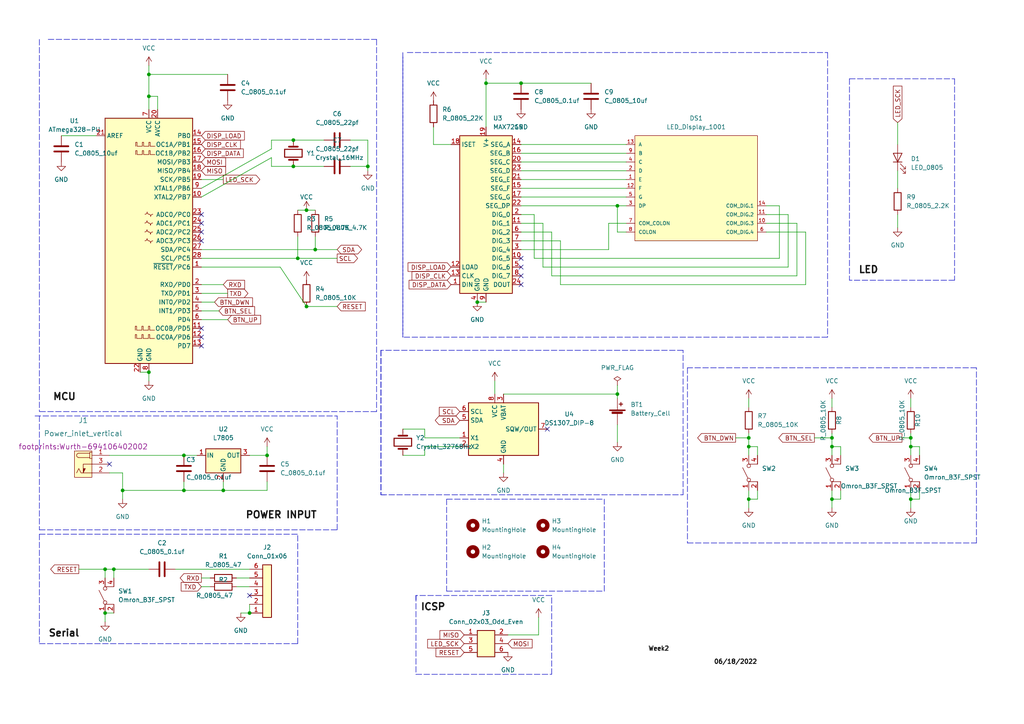
<source format=kicad_sch>
(kicad_sch (version 20211123) (generator eeschema)
  (paper "A4")
  (junction (at 241.3 129.54))
  (junction (at 217.17 144.78))
  (junction (at 179.07 114.3))
  (junction (at 264.16 129.54))
  (junction (at 86.36 74.93))
  (junction (at 140.97 24.13))
  (junction (at 30.48 165.1))
  (junction (at 91.44 72.39))
  (junction (at 77.47 132.08))
  (junction (at 217.17 129.54))
  (junction (at 264.16 144.78))
  (junction (at 35.56 142.24))
  (junction (at 43.18 27.94))
  (junction (at 241.3 127))
  (junction (at 85.09 40.64))
  (junction (at 64.77 142.24))
  (junction (at 53.34 142.24))
  (junction (at 53.34 132.08))
  (junction (at 179.07 59.69))
  (junction (at 43.18 21.59))
  (junction (at 33.02 165.1))
  (junction (at 106.68 48.26))
  (junction (at 151.13 24.13))
  (junction (at 43.18 107.95))
  (junction (at 88.9 60.96))
  (junction (at 72.39 177.8))
  (junction (at 88.9 88.9))
  (junction (at 30.48 177.8))
  (junction (at 138.43 87.63))
  (junction (at 85.09 48.26))
  (junction (at 217.17 127))
  (junction (at 264.16 127))
  (junction (at 241.3 144.78))
  (no_connect (at 58.42 64.77))
  (no_connect (at 31.75 134.62))
  (no_connect (at 72.39 172.72))
  (no_connect (at 151.13 82.55))
  (no_connect (at 58.42 100.33))
  (no_connect (at 151.13 77.47))
  (no_connect (at 58.42 69.85))
  (no_connect (at 151.13 80.01))
  (no_connect (at 58.42 97.79))
  (no_connect (at 151.13 74.93))
  (no_connect (at 158.75 124.46))
  (no_connect (at 58.42 62.23))
  (no_connect (at 58.42 67.31))
  (no_connect (at 58.42 95.25))
  (wire (pts (xy 53.34 132.08) (xy 57.15 132.08)))
  (wire (pts (xy 151.13 54.61) (xy 181.61 54.61)))
  (wire (pts (xy 260.35 66.04) (xy 260.35 62.23)))
  (wire (pts (xy 88.9 60.96) (xy 91.44 60.96)))
  (wire (pts (xy 151.13 46.99) (xy 181.61 46.99)))
  (polyline (pts (xy 118.11 15.24) (xy 240.03 15.24)))
  (wire (pts (xy 222.25 67.31) (xy 233.68 67.31)))
  (polyline (pts (xy 11.43 11.43) (xy 11.43 119.38)))
  (wire (pts (xy 151.13 24.13) (xy 171.45 24.13)))
  (polyline (pts (xy 120.65 172.72) (xy 120.65 195.58)))
  (wire (pts (xy 64.77 142.24) (xy 64.77 139.7)))
  (wire (pts (xy 30.48 180.34) (xy 30.48 177.8)))
  (wire (pts (xy 151.13 59.69) (xy 179.07 59.69)))
  (wire (pts (xy 260.35 54.61) (xy 260.35 49.53)))
  (wire (pts (xy 66.04 85.09) (xy 58.42 85.09)))
  (wire (pts (xy 30.48 177.8) (xy 33.02 177.8)))
  (polyline (pts (xy 129.54 171.45) (xy 175.26 171.45)))
  (wire (pts (xy 72.39 175.26) (xy 72.39 177.8)))
  (wire (pts (xy 123.19 132.08) (xy 123.19 129.54)))
  (wire (pts (xy 31.75 137.16) (xy 35.56 137.16)))
  (wire (pts (xy 43.18 27.94) (xy 43.18 31.75)))
  (polyline (pts (xy 198.12 143.51) (xy 198.12 101.6)))
  (wire (pts (xy 86.36 68.58) (xy 86.36 74.93)))
  (wire (pts (xy 266.7 144.78) (xy 264.16 144.78)))
  (wire (pts (xy 125.73 41.91) (xy 130.81 41.91)))
  (wire (pts (xy 77.47 129.54) (xy 77.47 132.08)))
  (wire (pts (xy 219.71 129.54) (xy 217.17 129.54)))
  (polyline (pts (xy 11.43 120.65) (xy 11.43 153.67)))
  (wire (pts (xy 30.48 165.1) (xy 33.02 165.1)))
  (wire (pts (xy 40.64 107.95) (xy 43.18 107.95)))
  (wire (pts (xy 179.07 111.76) (xy 179.07 114.3)))
  (wire (pts (xy 217.17 144.78) (xy 217.17 142.24)))
  (wire (pts (xy 143.51 110.49) (xy 143.51 114.3)))
  (wire (pts (xy 78.74 43.18) (xy 78.74 40.64)))
  (wire (pts (xy 217.17 115.57) (xy 217.17 118.11)))
  (wire (pts (xy 266.7 142.24) (xy 266.7 144.78)))
  (wire (pts (xy 160.02 80.01) (xy 160.02 67.31)))
  (polyline (pts (xy 110.49 101.6) (xy 110.49 143.51)))
  (wire (pts (xy 233.68 67.31) (xy 233.68 82.55)))
  (wire (pts (xy 58.42 167.64) (xy 60.96 167.64)))
  (polyline (pts (xy 276.86 81.28) (xy 246.38 81.28)))
  (wire (pts (xy 264.16 129.54) (xy 264.16 127)))
  (wire (pts (xy 140.97 22.86) (xy 140.97 24.13)))
  (wire (pts (xy 233.68 82.55) (xy 162.56 82.55)))
  (wire (pts (xy 219.71 142.24) (xy 219.71 144.78)))
  (wire (pts (xy 264.16 115.57) (xy 264.16 118.11)))
  (wire (pts (xy 243.84 132.08) (xy 243.84 129.54)))
  (wire (pts (xy 58.42 170.18) (xy 60.96 170.18)))
  (wire (pts (xy 241.3 129.54) (xy 243.84 129.54)))
  (wire (pts (xy 123.19 129.54) (xy 133.35 129.54)))
  (wire (pts (xy 217.17 129.54) (xy 217.17 127)))
  (wire (pts (xy 43.18 21.59) (xy 66.04 21.59)))
  (wire (pts (xy 176.53 72.39) (xy 151.13 72.39)))
  (wire (pts (xy 58.42 77.47) (xy 81.28 77.47)))
  (wire (pts (xy 151.13 41.91) (xy 181.61 41.91)))
  (wire (pts (xy 260.35 35.56) (xy 260.35 41.91)))
  (wire (pts (xy 33.02 165.1) (xy 43.18 165.1)))
  (wire (pts (xy 58.42 72.39) (xy 91.44 72.39)))
  (polyline (pts (xy 283.21 157.48) (xy 283.21 106.68)))
  (wire (pts (xy 123.19 127) (xy 133.35 127)))
  (wire (pts (xy 243.84 144.78) (xy 241.3 144.78)))
  (wire (pts (xy 22.86 165.1) (xy 30.48 165.1)))
  (wire (pts (xy 116.84 132.08) (xy 123.19 132.08)))
  (wire (pts (xy 30.48 167.64) (xy 30.48 165.1)))
  (wire (pts (xy 162.56 82.55) (xy 162.56 69.85)))
  (wire (pts (xy 146.05 114.3) (xy 179.07 114.3)))
  (wire (pts (xy 236.22 127) (xy 241.3 127)))
  (wire (pts (xy 179.07 128.27) (xy 179.07 123.19)))
  (polyline (pts (xy 240.03 15.24) (xy 240.03 97.79)))
  (wire (pts (xy 217.17 147.32) (xy 217.17 144.78)))
  (wire (pts (xy 125.73 36.83) (xy 125.73 41.91)))
  (wire (pts (xy 264.16 144.78) (xy 264.16 142.24)))
  (wire (pts (xy 101.6 40.64) (xy 106.68 40.64)))
  (wire (pts (xy 138.43 87.63) (xy 140.97 87.63)))
  (wire (pts (xy 181.61 64.77) (xy 176.53 64.77)))
  (wire (pts (xy 217.17 132.08) (xy 217.17 129.54)))
  (wire (pts (xy 53.34 142.24) (xy 64.77 142.24)))
  (wire (pts (xy 241.3 132.08) (xy 241.3 129.54)))
  (wire (pts (xy 241.3 115.57) (xy 241.3 118.11)))
  (polyline (pts (xy 198.12 101.6) (xy 110.49 101.6)))
  (wire (pts (xy 222.25 59.69) (xy 226.06 59.69)))
  (wire (pts (xy 78.74 48.26) (xy 85.09 48.26)))
  (wire (pts (xy 241.3 129.54) (xy 241.3 127)))
  (polyline (pts (xy 246.38 22.86) (xy 246.38 81.28)))
  (wire (pts (xy 31.75 132.08) (xy 53.34 132.08)))
  (wire (pts (xy 179.07 114.3) (xy 179.07 115.57)))
  (wire (pts (xy 266.7 132.08) (xy 266.7 129.54)))
  (wire (pts (xy 64.77 142.24) (xy 77.47 142.24)))
  (wire (pts (xy 154.94 74.93) (xy 154.94 62.23)))
  (wire (pts (xy 181.61 67.31) (xy 179.07 67.31)))
  (wire (pts (xy 53.34 139.7) (xy 53.34 142.24)))
  (wire (pts (xy 261.62 127) (xy 264.16 127)))
  (wire (pts (xy 219.71 144.78) (xy 217.17 144.78)))
  (polyline (pts (xy 13.97 11.43) (xy 109.22 11.43)))
  (polyline (pts (xy 199.39 106.68) (xy 199.39 157.48)))
  (wire (pts (xy 64.77 82.55) (xy 58.42 82.55)))
  (wire (pts (xy 213.36 127) (xy 217.17 127)))
  (wire (pts (xy 266.7 129.54) (xy 264.16 129.54)))
  (wire (pts (xy 85.09 48.26) (xy 93.98 48.26)))
  (wire (pts (xy 91.44 72.39) (xy 97.79 72.39)))
  (wire (pts (xy 151.13 64.77) (xy 157.48 64.77)))
  (polyline (pts (xy 110.49 101.6) (xy 110.49 143.51)))
  (wire (pts (xy 69.85 177.8) (xy 72.39 177.8)))
  (wire (pts (xy 78.74 40.64) (xy 85.09 40.64)))
  (polyline (pts (xy 120.65 195.58) (xy 160.02 195.58)))
  (wire (pts (xy 17.78 39.37) (xy 27.94 39.37)))
  (wire (pts (xy 68.58 167.64) (xy 72.39 167.64)))
  (wire (pts (xy 116.84 124.46) (xy 123.19 124.46)))
  (wire (pts (xy 78.74 45.72) (xy 78.74 48.26)))
  (wire (pts (xy 147.32 184.15) (xy 156.21 184.15)))
  (wire (pts (xy 226.06 59.69) (xy 226.06 74.93)))
  (wire (pts (xy 241.3 127) (xy 241.3 125.73)))
  (wire (pts (xy 58.42 74.93) (xy 86.36 74.93)))
  (wire (pts (xy 64.77 52.07) (xy 58.42 52.07)))
  (wire (pts (xy 154.94 62.23) (xy 151.13 62.23)))
  (wire (pts (xy 217.17 127) (xy 217.17 125.73)))
  (polyline (pts (xy 116.84 15.24) (xy 116.84 97.79)))
  (wire (pts (xy 43.18 110.49) (xy 43.18 107.95)))
  (wire (pts (xy 106.68 48.26) (xy 106.68 49.53)))
  (wire (pts (xy 35.56 144.78) (xy 35.56 142.24)))
  (polyline (pts (xy 120.65 172.72) (xy 120.65 173.99)))
  (wire (pts (xy 66.04 92.71) (xy 58.42 92.71)))
  (wire (pts (xy 222.25 64.77) (xy 231.14 64.77)))
  (wire (pts (xy 43.18 19.05) (xy 43.18 21.59)))
  (wire (pts (xy 45.72 27.94) (xy 45.72 31.75)))
  (wire (pts (xy 241.3 147.32) (xy 241.3 144.78)))
  (polyline (pts (xy 10.16 120.65) (xy 97.79 120.65)))
  (wire (pts (xy 123.19 124.46) (xy 123.19 127)))
  (wire (pts (xy 156.21 179.07) (xy 156.21 184.15)))
  (wire (pts (xy 43.18 27.94) (xy 45.72 27.94)))
  (wire (pts (xy 231.14 80.01) (xy 160.02 80.01)))
  (polyline (pts (xy 110.49 143.51) (xy 198.12 143.51)))
  (wire (pts (xy 77.47 132.08) (xy 72.39 132.08)))
  (wire (pts (xy 63.5 90.17) (xy 58.42 90.17)))
  (wire (pts (xy 264.16 147.32) (xy 264.16 144.78)))
  (wire (pts (xy 62.23 87.63) (xy 58.42 87.63)))
  (polyline (pts (xy 86.36 186.69) (xy 86.36 154.94)))
  (polyline (pts (xy 110.49 143.51) (xy 111.76 143.51)))
  (polyline (pts (xy 11.43 186.69) (xy 86.36 186.69)))
  (wire (pts (xy 146.05 137.16) (xy 146.05 134.62)))
  (wire (pts (xy 50.8 165.1) (xy 72.39 165.1)))
  (wire (pts (xy 264.16 132.08) (xy 264.16 129.54)))
  (polyline (pts (xy 116.84 16.51) (xy 116.84 97.79)))
  (wire (pts (xy 85.09 40.64) (xy 93.98 40.64)))
  (wire (pts (xy 101.6 48.26) (xy 106.68 48.26)))
  (wire (pts (xy 151.13 44.45) (xy 181.61 44.45)))
  (wire (pts (xy 219.71 132.08) (xy 219.71 129.54)))
  (polyline (pts (xy 129.54 144.78) (xy 175.26 144.78)))
  (wire (pts (xy 106.68 40.64) (xy 106.68 48.26)))
  (wire (pts (xy 228.6 77.47) (xy 228.6 62.23)))
  (polyline (pts (xy 160.02 195.58) (xy 160.02 172.72)))
  (wire (pts (xy 264.16 127) (xy 264.16 125.73)))
  (wire (pts (xy 140.97 24.13) (xy 151.13 24.13)))
  (wire (pts (xy 58.42 57.15) (xy 78.74 45.72)))
  (wire (pts (xy 157.48 77.47) (xy 228.6 77.47)))
  (wire (pts (xy 176.53 64.77) (xy 176.53 72.39)))
  (polyline (pts (xy 199.39 157.48) (xy 283.21 157.48)))
  (wire (pts (xy 151.13 49.53) (xy 181.61 49.53)))
  (polyline (pts (xy 109.22 119.38) (xy 11.43 119.38)))
  (wire (pts (xy 151.13 52.07) (xy 181.61 52.07)))
  (wire (pts (xy 35.56 142.24) (xy 53.34 142.24)))
  (wire (pts (xy 162.56 69.85) (xy 151.13 69.85)))
  (wire (pts (xy 241.3 144.78) (xy 241.3 142.24)))
  (wire (pts (xy 228.6 62.23) (xy 222.25 62.23)))
  (wire (pts (xy 140.97 24.13) (xy 140.97 36.83)))
  (wire (pts (xy 179.07 59.69) (xy 181.61 59.69)))
  (wire (pts (xy 33.02 167.64) (xy 33.02 165.1)))
  (wire (pts (xy 86.36 60.96) (xy 88.9 60.96)))
  (polyline (pts (xy 283.21 106.68) (xy 199.39 106.68)))
  (polyline (pts (xy 129.54 144.78) (xy 129.54 171.45)))
  (polyline (pts (xy 11.43 154.94) (xy 11.43 186.69)))
  (wire (pts (xy 160.02 67.31) (xy 151.13 67.31)))
  (polyline (pts (xy 97.79 153.67) (xy 97.79 120.65)))
  (wire (pts (xy 91.44 68.58) (xy 91.44 72.39)))
  (wire (pts (xy 88.9 88.9) (xy 97.79 88.9)))
  (wire (pts (xy 151.13 57.15) (xy 181.61 57.15)))
  (wire (pts (xy 35.56 137.16) (xy 35.56 142.24)))
  (wire (pts (xy 157.48 64.77) (xy 157.48 77.47)))
  (wire (pts (xy 231.14 64.77) (xy 231.14 80.01)))
  (polyline (pts (xy 160.02 172.72) (xy 120.65 172.72)))
  (polyline (pts (xy 11.43 154.94) (xy 86.36 154.94)))
  (polyline (pts (xy 276.86 22.86) (xy 276.86 81.28)))
  (polyline (pts (xy 246.38 22.86) (xy 276.86 22.86)))
  (polyline (pts (xy 175.26 171.45) (xy 175.26 144.78)))
  (wire (pts (xy 43.18 21.59) (xy 43.18 27.94)))
  (wire (pts (xy 86.36 74.93) (xy 97.79 74.93)))
  (polyline (pts (xy 240.03 97.79) (xy 116.84 97.79)))
  (polyline (pts (xy 11.43 153.67) (xy 97.79 153.67)))
  (wire (pts (xy 77.47 142.24) (xy 77.47 139.7)))
  (wire (pts (xy 243.84 142.24) (xy 243.84 144.78)))
  (wire (pts (xy 88.9 88.9) (xy 81.28 77.47)))
  (wire (pts (xy 226.06 74.93) (xy 154.94 74.93)))
  (wire (pts (xy 179.07 67.31) (xy 179.07 59.69)))
  (polyline (pts (xy 109.22 11.43) (xy 109.22 119.38)))
  (wire (pts (xy 58.42 54.61) (xy 78.74 43.18)))
  (wire (pts (xy 68.58 170.18) (xy 72.39 170.18)))
  (label "Serial" (at 13.97 185.42 0) (effects (font (size 2 2) bold)))
  (label "LED" (at 248.92 80.01 0) (effects (font (size 2 2) bold)))
  (label "06{slash}18{slash}2022" (at 207.01 193.04 0) (effects (font bold)))
  (label "ICSP" (at 121.92 177.8 0) (effects (font (size 2 2) (thickness 0.4) bold)))
  (label "POWER INPUT" (at 71.12 151.13 0) (effects (font (size 2 2) bold)))
  (label "MCU" (at 15.24 116.84 0) (effects (font (size 2 2) (thickness 0.4) bold)))
  (label "Week2" (at 187.96 189.23 0) (effects (font bold)))
  (global_label "LED_SCK" (shape input) (at 260.35 35.56 90) (property "Intersheet References" "${INTERSHEET_REFS}" (effects hide)))
  (global_label "SCL" (shape output) (at 97.79 74.93 0) (property "Intersheet References" "${INTERSHEET_REFS}" (effects hide)))
  (global_label "SDA" (shape bidirectional) (at 97.79 72.39 0) (property "Intersheet References" "${INTERSHEET_REFS}" (effects hide)))
  (global_label "RESET" (shape input) (at 134.62 189.23 180) (property "Intersheet References" "${INTERSHEET_REFS}" (effects hide)))
  (global_label "BTN_DWN" (shape input) (at 62.23 87.63 0) (property "Intersheet References" "${INTERSHEET_REFS}" (effects hide)))
  (global_label "BTN_DWN" (shape output) (at 213.36 127 180) (property "Intersheet References" "${INTERSHEET_REFS}" (effects hide)))
  (global_label "LED_SCK" (shape input) (at 134.62 186.69 180) (property "Intersheet References" "${INTERSHEET_REFS}" (effects hide)))
  (global_label "BTN_UP" (shape output) (at 261.62 127 180) (property "Intersheet References" "${INTERSHEET_REFS}" (effects hide)))
  (global_label "DISP_DATA" (shape input) (at 130.81 82.55 180) (property "Intersheet References" "${INTERSHEET_REFS}" (effects hide)))
  (global_label "TXD" (shape input) (at 58.42 170.18 180) (property "Intersheet References" "${INTERSHEET_REFS}" (effects hide)))
  (global_label "RESET" (shape output) (at 22.86 165.1 180) (property "Intersheet References" "${INTERSHEET_REFS}" (effects hide)))
  (global_label "DISP_LOAD" (shape input) (at 58.42 39.37 0) (property "Intersheet References" "${INTERSHEET_REFS}" (effects hide)))
  (global_label "DISP_DATA" (shape input) (at 58.42 44.45 0) (property "Intersheet References" "${INTERSHEET_REFS}" (effects hide)))
  (global_label "MOSI" (shape input) (at 147.32 186.69 0) (property "Intersheet References" "${INTERSHEET_REFS}" (effects hide)))
  (global_label "BTN_SEL" (shape output) (at 236.22 127 180) (property "Intersheet References" "${INTERSHEET_REFS}" (effects hide)))
  (global_label "SCL" (shape input) (at 133.35 119.38 180) (property "Intersheet References" "${INTERSHEET_REFS}" (effects hide)))
  (global_label "DISP_CLK" (shape input) (at 130.81 80.01 180) (property "Intersheet References" "${INTERSHEET_REFS}" (effects hide)))
  (global_label "LED_SCK" (shape output) (at 64.77 52.07 0) (property "Intersheet References" "${INTERSHEET_REFS}" (effects hide)))
  (global_label "MISO" (shape input) (at 58.42 49.53 0) (property "Intersheet References" "${INTERSHEET_REFS}" (effects hide)))
  (global_label "RESET" (shape input) (at 97.79 88.9 0) (property "Intersheet References" "${INTERSHEET_REFS}" (effects hide)))
  (global_label "TXD" (shape output) (at 66.04 85.09 0) (property "Intersheet References" "${INTERSHEET_REFS}" (effects hide)))
  (global_label "BTN_SEL" (shape input) (at 63.5 90.17 0) (property "Intersheet References" "${INTERSHEET_REFS}" (effects hide)))
  (global_label "MISO" (shape input) (at 134.62 184.15 180) (property "Intersheet References" "${INTERSHEET_REFS}" (effects hide)))
  (global_label "SDA" (shape bidirectional) (at 133.35 121.92 180) (property "Intersheet References" "${INTERSHEET_REFS}" (effects hide)))
  (global_label "DISP_LOAD" (shape input) (at 130.81 77.47 180) (property "Intersheet References" "${INTERSHEET_REFS}" (effects hide)))
  (global_label "BTN_UP" (shape input) (at 66.04 92.71 0) (property "Intersheet References" "${INTERSHEET_REFS}" (effects hide)))
  (global_label "MOSI" (shape input) (at 58.42 46.99 0) (property "Intersheet References" "${INTERSHEET_REFS}" (effects hide)))
  (global_label "RXD" (shape output) (at 58.42 167.64 180) (property "Intersheet References" "${INTERSHEET_REFS}" (effects hide)))
  (global_label "DISP_CLK" (shape input) (at 58.42 41.91 0) (property "Intersheet References" "${INTERSHEET_REFS}" (effects hide)))
  (global_label "RXD" (shape input) (at 64.77 82.55 0) (property "Intersheet References" "${INTERSHEET_REFS}" (effects hide)))
  (symbol (lib_id "HPS:MAX7219") (at 140.97 62.23 0) (unit 1)
    (property "Reference" "U3" (at 142.9894 34.29 0) (effects (justify left)))
    (property "Value" "MAX7219" (at 142.9894 36.83 0) (effects (justify left)))
    (property "Footprint" "footprints:DIP-24_W7.62mm" (effects hide))
    (property "Datasheet" "https://datasheets.maximintegrated.com/en/ds/MAX7219-MAX7221.pdf" (effects hide))
    (property "MFG" "On Shore Technology Inc." (effects hide))
    (property "MPN" "ED241DT" (effects hide))
    (property "Digikey PN" "ED3049-5-ND" (effects hide))
    (property "Mouser PN" "N/A" (effects hide))
  )
  (symbol (lib_id "HPS:R_0805_4.7K") (at 86.36 64.77 0) (unit 1)
    (property "Reference" "R3" (at 88.9 63.4999 0) (effects (justify left)))
    (property "Value" "R_0805_4.7K" (at 88.9 66.0399 0) (effects (justify left)))
    (property "Footprint" "footprints:R_0805_2012Metric" (effects hide))
    (property "Datasheet" "https://www.digikey.com/en/products/detail/yageo/RC0805FR-074K7L/727929" (effects hide))
    (property "MFG" "Yageo" (effects hide))
    (property "MPN" "RC0805FR-074K7L" (effects hide))
    (property "Digikey PN" "311-4.70KCRCT-ND" (effects hide))
    (property "Mouser PN" "N/A" (effects hide))
    (property "Power" "N/A" (effects hide))
    (property "Tolerance" "N/A" (effects hide))
  )
  (symbol (lib_id "HPS:LED_Display_1001") (at 224.79 59.69 0) (mirror y) (unit 1)
    (property "Reference" "DS1" (at 201.93 34.29 0))
    (property "Value" "LED_Display_1001" (at 201.93 36.83 0))
    (property "Footprint" "footprints:Adafruit-1001-0-0-MFG" (effects hide))
    (property "Datasheet" "https://cdn-shop.adafruit.com/datasheets/1001datasheet.pdf" (effects hide))
    (property "automotive" "No" (effects hide))
    (property "category" "Disp" (effects hide))
    (property "device class L1" "Optoelectronics" (effects hide))
    (property "device class L2" "Displays" (effects hide))
    (property "device class L3" "LED Displays" (effects hide))
    (property "digikey description" "WHITE 7-SEGMENT CLOCK DISPLAY" (effects hide))
    (property "digikey part number" "1528-1513-ND" (effects hide))
    (property "display type" "LED" (effects hide))
    (property "element config" "Common Cathode" (effects hide))
    (property "forward current" "20mA" (effects hide))
    (property "forward voltage" "3.2V" (effects hide))
    (property "height" "8.25mm" (effects hide))
    (property "lead free" "Yes" (effects hide))
    (property "library id" "a002f1a2b35db532" (effects hide))
    (property "luminous intensity" "30mcd" (effects hide))
    (property "manufacturer" "Adafruit" (effects hide))
    (property "mouser description" "Adafruit Accessories White 7-segment Clock Display" (effects hide))
    (property "mouser part number" "485-1001" (effects hide))
    (property "package" "PTH_50MM2_19MM0" (effects hide))
    (property "power dissipation" "100mW" (effects hide))
    (property "reverse voltage" "5V" (effects hide))
    (property "rohs" "Yes" (effects hide))
    (property "temperature range high" "+80°C" (effects hide))
    (property "temperature range low" "-40°C" (effects hide))
    (property "test current" "20mA" (effects hide))
    (property "MFG" "Adafruit Industries LLC" (effects hide))
    (property "MPN" "1001" (effects hide))
    (property "Digikey PN" "1528-1513-ND" (effects hide))
    (property "Mouser PN" "N/A" (effects hide))
  )
  (symbol (lib_id "HPS:C_0805_10uf") (at 17.78 43.18 0) (unit 1)
    (property "Reference" "C1" (at 21.59 41.9099 0) (effects (justify left)))
    (property "Value" "C_0805_10uf" (at 21.59 44.4499 0) (effects (justify left)))
    (property "Footprint" "footprints:C_0805_2012Metric" (effects hide))
    (property "Datasheet" "https://search.murata.co.jp/Ceramy/image/img/A01X/G101/ENG/GRM21BR61E106KA73-01.pdf" (effects hide))
    (property "MFG" "Murata Electronics" (effects hide))
    (property "MPN" "GRM21BR61E106KA73L" (effects hide))
    (property "Digikey PN" "490-5523-1-ND" (effects hide))
    (property "Mouser PN" "N/A" (effects hide))
    (property "Voltage" "N/A" (effects hide))
    (property "Dielectric" "N/A" (effects hide))
    (property "Tolerance" "N/A" (effects hide))
  )
  (symbol (lib_id "HPS:Omron_B3F_SPST") (at 264.16 137.16 90) (unit 1)
    (property "Reference" "SW4" (at 267.97 135.8899 90) (effects (justify right)))
    (property "Value" "Omron_B3F_SPST" (at 267.97 138.4299 90) (effects (justify right)))
    (property "Footprint" "footprints:SW_SPST_Omron_B3FS-100xP" (effects hide))
    (property "Datasheet" "https://omronfs.omron.com/en_US/ecb/products/pdf/en-b3fs.pdf" (effects hide))
    (property "MFG" "Omron Electronics Inc-EMC Div" (effects hide))
    (property "MPN" "B3FS-1000P" (effects hide))
    (property "Digikey PN" "SW423CT-ND" (effects hide))
    (property "Mouser PN" "N/A" (effects hide))
  )
  (symbol (lib_id "HPS:GND") (at 260.35 66.04 0) (unit 1)
    (property "Reference" "#PWR026" (effects hide))
    (property "Value" "GND" (at 260.35 71.12 0))
  )
  (symbol (lib_id "HPS:PWR_FLAG") (at 179.07 111.76 0) (unit 1)
    (property "Reference" "#FLG01" (effects hide))
    (property "Value" "PWR_FLAG" (at 179.07 106.68 0))
  )
  (symbol (lib_id "HPS:Battery_Cell") (at 179.07 120.65 0) (unit 1)
    (property "Reference" "BT1" (at 182.88 117.3479 0) (effects (justify left)))
    (property "Value" "Battery_Cell" (at 182.88 119.8879 0) (effects (justify left)))
    (property "Footprint" "footprints:BatteryHolder_Keystone_106_1x20mm" (effects hide))
    (property "Datasheet" "https://media.digikey.com/pdf/Data%20Sheets/Memory%20Protection%20PDFs/Coin_Cell_Guide.pdf" (effects hide))
    (property "MFG" "MPD (Memory Protection Devices)" (effects hide))
    (property "MPN" "BS-7" (effects hide))
    (property "Digikey PN" "BS-7-ND" (effects hide))
    (property "Mouser PN" "N/A" (effects hide))
  )
  (symbol (lib_id "HPS:R_0805_2.2K") (at 260.35 58.42 0) (unit 1)
    (property "Reference" "R9" (at 262.89 57.1499 0) (effects (justify left)))
    (property "Value" "R_0805_2.2K" (at 262.89 59.6899 0) (effects (justify left)))
    (property "Footprint" "footprints:R_0805_2012Metric" (effects hide))
    (property "Datasheet" "https://www.digikey.com/en/products/detail/yageo/RC0805FR-072K2L/727676" (effects hide))
    (property "MFG" "N/A" (effects hide))
    (property "MPN" "N/A" (effects hide))
    (property "Digikey PN" "311-2.20KCRCT-ND" (effects hide))
    (property "Mouser PN" "N/A" (effects hide))
    (property "Power" "N/A" (effects hide))
    (property "Tolerance" "N/A" (effects hide))
  )
  (symbol (lib_id "HPS:VCC") (at 43.18 19.05 0) (unit 1)
    (property "Reference" "#PWR04" (effects hide))
    (property "Value" "VCC" (at 43.18 13.97 0))
  )
  (symbol (lib_id "HPS:GND") (at 43.18 110.49 0) (unit 1)
    (property "Reference" "#PWR05" (effects hide))
    (property "Value" "GND" (at 43.18 115.57 0))
  )
  (symbol (lib_id "HPS:C_0805_0.1uf") (at 66.04 25.4 0) (unit 1)
    (property "Reference" "C4" (at 69.85 24.1299 0) (effects (justify left)))
    (property "Value" "C_0805_0.1uf" (at 69.85 26.6699 0) (effects (justify left)))
    (property "Footprint" "footprints:C_0805_2012Metric" (effects hide))
    (property "Datasheet" "https://datasheets.avx.com/X7RDielectric.pdf" (effects hide))
    (property "MFG" "AVX Corporation" (effects hide))
    (property "MPN" "08055C104KAT2A" (effects hide))
    (property "Digikey PN" "478-1395-1-ND" (effects hide))
    (property "Mouser PN" "N/A" (effects hide))
    (property "Voltage" "N/A" (effects hide))
    (property "Dielectric" "N/A" (effects hide))
    (property "Tolerance" "N/A" (effects hide))
  )
  (symbol (lib_id "HPS:GND") (at 138.43 87.63 0) (unit 1)
    (property "Reference" "#PWR013" (effects hide))
    (property "Value" "GND" (at 138.43 92.71 0))
  )
  (symbol (lib_id "HPS:VCC") (at 156.21 179.07 0) (unit 1)
    (property "Reference" "#PWR019" (effects hide))
    (property "Value" "VCC" (at 156.21 173.99 0))
  )
  (symbol (lib_id "HPS:Crystal_32768Hz") (at 116.84 128.27 90) (unit 1)
    (property "Reference" "Y2" (at 120.65 126.9999 90) (effects (justify right)))
    (property "Value" "Crystal_32768Hz" (at 120.65 129.5399 90) (effects (justify right)))
    (property "Footprint" "footprints:Crystal_SMD_2Pin_3.2x1.5mm" (effects hide))
    (property "Datasheet" "https://www.jauch.com/downloadfile/57fde22d50dbf_d3c203011c87952f2834/jtx310-auto-2-210512.pdf" (effects hide))
    (property "MFG" "Jauch Quartz" (effects hide))
    (property "MPN" "Q 0,032768-JTX310-12,5-20-T1-HMR-50K-LF" (effects hide))
    (property "Digikey PN" "1908-1314-1-ND" (effects hide))
    (property "Mouser PN" "N/A" (effects hide))
  )
  (symbol (lib_name "MountingHole_1") (lib_id "HPS:MountingHole") (at 157.48 152.4 0) (unit 1)
    (property "Reference" "H3" (at 160.02 151.1299 0) (effects (justify left)))
    (property "Value" "MountingHole" (at 160.02 153.6699 0) (effects (justify left)))
    (property "Footprint" "footprints:MountingHole_3.2mm_M3" (effects hide))
  )
  (symbol (lib_id "HPS:Conn_02x03_Odd_Even") (at 140.97 187.96 0) (unit 1)
    (property "Reference" "J3" (at 140.97 177.8 0))
    (property "Value" "Conn_02x03_Odd_Even" (at 140.97 180.34 0))
    (property "Footprint" "footprints:PinHeader_2x03_P2.54mm_Vertical" (effects hide))
    (property "Datasheet" "https://drawings-pdf.s3.amazonaws.com/11636.pdf" (effects hide))
    (property "MFG" "Sullins Connector Solutions" (effects hide))
    (property "MPN" "PRPC003DAAN-RC" (effects hide))
    (property "Digikey PN" "S2011EC-03-ND" (effects hide))
    (property "Mouser PN" "N/A" (effects hide))
  )
  (symbol (lib_id "HPS:VCC") (at 125.73 29.21 0) (unit 1)
    (property "Reference" "#PWR012" (effects hide))
    (property "Value" "VCC" (at 125.73 24.13 0))
  )
  (symbol (lib_name "MountingHole_3") (lib_id "HPS:MountingHole") (at 137.16 152.4 0) (unit 1)
    (property "Reference" "H1" (at 139.7 151.1299 0) (effects (justify left)))
    (property "Value" "MountingHole" (at 139.7 153.6699 0) (effects (justify left)))
    (property "Footprint" "footprints:MountingHole_3.2mm_M3" (effects hide))
  )
  (symbol (lib_id "HPS:L7805") (at 64.77 132.08 0) (unit 1)
    (property "Reference" "U2" (at 64.77 124.46 0))
    (property "Value" "L7805" (at 64.77 127 0))
    (property "Footprint" "footprints:TO-252-2" (effects hide))
    (property "Datasheet" "http://www.st.com/content/ccc/resource/technical/document/datasheet/41/4f/b3/b0/12/d4/47/88/CD00000444.pdf/files/CD00000444.pdf/jcr:content/translations/en.CD00000444.pdf" (effects hide))
    (property "Digikey PN" "497-7255-1-ND" (effects hide))
    (property "MPN" "L7805CDT-TR" (effects hide))
    (property "MFG" "STMicroelectronics" (effects hide))
  )
  (symbol (lib_id "HPS:GND") (at 217.17 147.32 0) (unit 1)
    (property "Reference" "#PWR023" (effects hide))
    (property "Value" "GND" (at 217.17 152.4 0))
  )
  (symbol (lib_id "HPS:GND") (at 17.78 46.99 0) (unit 1)
    (property "Reference" "#PWR01" (effects hide))
    (property "Value" "GND" (at 17.78 52.07 0))
  )
  (symbol (lib_id "HPS:VCC") (at 217.17 115.57 0) (unit 1)
    (property "Reference" "#PWR022" (effects hide))
    (property "Value" "VCC" (at 217.17 110.49 0))
  )
  (symbol (lib_id "HPS:Conn_01x06") (at 77.47 172.72 0) (mirror x) (unit 1)
    (property "Reference" "J2" (at 77.47 158.75 0))
    (property "Value" "Conn_01x06" (at 77.47 161.29 0))
    (property "Footprint" "footprints:PinHeader_1x06_P2.54mm_Vertical" (effects hide))
    (property "Datasheet" "https://www.we-online.de/katalog/datasheet/6130xx11121.pdf" (effects hide))
    (property "MFG" "Würth Elektronik" (effects hide))
    (property "MPN" "61300611121" (effects hide))
    (property "Digikey PN" "732-5319-ND" (effects hide))
    (property "Mouser PN" "N/A" (effects hide))
  )
  (symbol (lib_id "HPS:GND") (at 147.32 189.23 0) (unit 1)
    (property "Reference" "#PWR017" (effects hide))
    (property "Value" "GND" (at 147.32 194.31 0))
  )
  (symbol (lib_id "HPS:GND") (at 171.45 31.75 0) (unit 1)
    (property "Reference" "#PWR020" (effects hide))
    (property "Value" "GND" (at 171.45 36.83 0))
  )
  (symbol (lib_id "HPS:VCC") (at 88.9 81.28 0) (unit 1)
    (property "Reference" "#PWR010" (effects hide))
    (property "Value" "VCC" (at 88.9 76.2 0))
  )
  (symbol (lib_id "HPS:C_0805_0.1uf") (at 151.13 27.94 180) (unit 1)
    (property "Reference" "C8" (at 154.94 26.6699 0) (effects (justify right)))
    (property "Value" "C_0805_0.1uf" (at 154.94 29.2099 0) (effects (justify right)))
    (property "Footprint" "footprints:C_0805_2012Metric" (effects hide))
    (property "Datasheet" "https://datasheets.avx.com/X7RDielectric.pdf" (effects hide))
    (property "MFG" "AVX Corporation" (effects hide))
    (property "MPN" "08055C104KAT2A" (effects hide))
    (property "Digikey PN" "478-1395-1-ND" (effects hide))
    (property "Mouser PN" "N/A" (effects hide))
    (property "Voltage" "N/A" (effects hide))
    (property "Dielectric" "N/A" (effects hide))
    (property "Tolerance" "N/A" (effects hide))
  )
  (symbol (lib_id "HPS:GND") (at 241.3 147.32 0) (unit 1)
    (property "Reference" "#PWR025" (effects hide))
    (property "Value" "GND" (at 241.3 152.4 0))
  )
  (symbol (lib_id "HPS:R_0805_10K") (at 264.16 121.92 0) (unit 1)
    (property "Reference" "R10" (at 266.192 121.92 90))
    (property "Value" "R_0805_10K" (at 261.62 121.92 90))
    (property "Footprint" "footprints:R_0805_2012Metric" (effects hide))
    (property "Datasheet" "https://www.digikey.com/en/products/detail/yageo/RC0805FR-0710KL/727535" (effects hide))
    (property "MFG" "Yageo" (effects hide))
    (property "MPN" "RC0805FR-0710KL" (effects hide))
    (property "Digikey PN" "311-10.0KCRCT-ND" (effects hide))
    (property "Mouser PN" "N/A" (effects hide))
    (property "Power" "N/A" (effects hide))
    (property "Tolerance" "N/A" (effects hide))
  )
  (symbol (lib_id "HPS:Omron_B3F_SPST") (at 241.3 137.16 90) (unit 1)
    (property "Reference" "SW3" (at 245.11 135.8899 90) (effects (justify right)))
    (property "Value" "Omron_B3F_SPST" (at 256.54 142.2399 90) (effects (justify right)))
    (property "Footprint" "footprints:SW_SPST_Omron_B3FS-100xP" (effects hide))
    (property "Datasheet" "https://omronfs.omron.com/en_US/ecb/products/pdf/en-b3fs.pdf" (effects hide))
    (property "MFG" "Omron Electronics Inc-EMC Div" (effects hide))
    (property "MPN" "B3FS-1000P" (effects hide))
    (property "Digikey PN" "SW423CT-ND" (effects hide))
    (property "Mouser PN" "N/A" (effects hide))
  )
  (symbol (lib_id "HPS:VCC") (at 241.3 115.57 0) (unit 1)
    (property "Reference" "#PWR024" (effects hide))
    (property "Value" "VCC" (at 241.3 110.49 0))
  )
  (symbol (lib_id "HPS:DS1307_DIP-8") (at 146.05 124.46 0) (unit 1)
    (property "Reference" "U4" (at 165.1 120.1293 0))
    (property "Value" "DS1307_DIP-8" (at 165.1 122.6693 0))
    (property "Footprint" "footprints:DIP-8_W7.62mm" (effects hide))
    (property "Datasheet" "https://datasheets.maximintegrated.com/en/ds/DS1307.pdf" (effects hide))
    (property "MFG" "Assmann WSW Components" (effects hide))
    (property "MPN" "A 08-LC-TT" (effects hide))
    (property "Digikey PN" "AE9986-ND" (effects hide))
    (property "Mouser PN" "N/A" (effects hide))
  )
  (symbol (lib_id "HPS:VCC") (at 77.47 129.54 0) (unit 1)
    (property "Reference" "#PWR08" (effects hide))
    (property "Value" "VCC" (at 77.47 124.46 0))
  )
  (symbol (lib_id "HPS:GND") (at 69.85 177.8 0) (unit 1)
    (property "Reference" "#PWR07" (effects hide))
    (property "Value" "GND" (at 69.85 182.88 0))
  )
  (symbol (lib_id "HPS:GND") (at 30.48 180.34 0) (unit 1)
    (property "Reference" "#PWR02" (effects hide))
    (property "Value" "GND" (at 30.48 185.42 0))
  )
  (symbol (lib_id "HPS:R_0805_10K") (at 217.17 121.92 0) (unit 1)
    (property "Reference" "R7" (at 219.71 120.6499 0) (effects (justify left)))
    (property "Value" "R_0805_10K" (at 219.71 123.19 0) (effects (justify left)))
    (property "Footprint" "footprints:R_0805_2012Metric" (effects hide))
    (property "Datasheet" "https://www.digikey.com/en/products/detail/yageo/RC0805FR-0710KL/727535" (effects hide))
    (property "MFG" "Yageo" (effects hide))
    (property "MPN" "RC0805FR-0710KL" (effects hide))
    (property "Digikey PN" "311-10.0KCRCT-ND" (effects hide))
    (property "Mouser PN" "N/A" (effects hide))
    (property "Power" "N/A" (effects hide))
    (property "Tolerance" "N/A" (effects hide))
  )
  (symbol (lib_id "HPS:R_0805_10K") (at 241.3 121.92 0) (unit 1)
    (property "Reference" "R8" (at 243.332 121.92 90))
    (property "Value" "R_0805_10K" (at 238.76 121.92 90))
    (property "Footprint" "footprints:R_0805_2012Metric" (effects hide))
    (property "Datasheet" "https://www.digikey.com/en/products/detail/yageo/RC0805FR-0710KL/727535" (effects hide))
    (property "MFG" "Yageo" (effects hide))
    (property "MPN" "RC0805FR-0710KL" (effects hide))
    (property "Digikey PN" "311-10.0KCRCT-ND" (effects hide))
    (property "Mouser PN" "N/A" (effects hide))
    (property "Power" "N/A" (effects hide))
    (property "Tolerance" "N/A" (effects hide))
  )
  (symbol (lib_id "HPS:R_0805_10K") (at 88.9 85.09 0) (unit 1)
    (property "Reference" "R4" (at 91.44 83.8199 0) (effects (justify left)))
    (property "Value" "R_0805_10K" (at 91.44 86.3599 0) (effects (justify left)))
    (property "Footprint" "footprints:R_0805_2012Metric" (effects hide))
    (property "Datasheet" "https://www.digikey.com/en/products/detail/yageo/RC0805FR-0710KL/727535" (effects hide))
    (property "MFG" "Yageo" (effects hide))
    (property "MPN" "RC0805FR-0710KL" (effects hide))
    (property "Digikey PN" "311-10.0KCRCT-ND" (effects hide))
    (property "Mouser PN" "N/A" (effects hide))
    (property "Power" "N/A" (effects hide))
    (property "Tolerance" "N/A" (effects hide))
  )
  (symbol (lib_id "HPS:Power_inlet_vertical") (at 26.67 134.62 0) (unit 1)
    (property "Reference" "J1" (at 24.13 121.92 0) (effects (font (size 1.524 1.524))))
    (property "Value" "Power_inlet_vertical" (at 24.13 125.73 0) (effects (font (size 1.524 1.524))))
    (property "Footprint" "footprints:Wurth-694106402002" (at 24.13 129.54 0) (effects (font (size 1.524 1.524))))
    (property "Datasheet" "https://www.we-online.com/katalog/datasheet/6941xx402002.pdf" (effects hide))
    (property "MFG" "Wurth" (effects hide))
    (property "MPN" "694106402002" (effects hide))
    (property "Digikey PN" "732-5931-ND" (effects hide))
  )
  (symbol (lib_id "HPS:R_0805_4.7K") (at 91.44 64.77 0) (unit 1)
    (property "Reference" "R5" (at 93.98 63.4999 0) (effects (justify left)))
    (property "Value" "R_0805_4.7K" (at 93.98 66.0399 0) (effects (justify left)))
    (property "Footprint" "footprints:R_0805_2012Metric" (effects hide))
    (property "Datasheet" "https://www.digikey.com/en/products/detail/yageo/RC0805FR-074K7L/727929" (effects hide))
    (property "MFG" "Yageo" (effects hide))
    (property "MPN" "RC0805FR-074K7L" (effects hide))
    (property "Digikey PN" "311-4.70KCRCT-ND" (effects hide))
    (property "Mouser PN" "N/A" (effects hide))
    (property "Power" "N/A" (effects hide))
    (property "Tolerance" "N/A" (effects hide))
  )
  (symbol (lib_id "HPS:C_0805_22pf") (at 97.79 48.26 90) (unit 1)
    (property "Reference" "C7" (at 97.79 40.64 90))
    (property "Value" "C_0805_22pf" (at 97.79 43.18 90))
    (property "Footprint" "footprints:C_0805_2012Metric" (effects hide))
    (property "Datasheet" "https://www.yageo.com/upload/media/product/productsearch/datasheet/mlcc/UPY-GP_NP0_16V-to-50V_18.pdf" (effects hide))
    (property "MFG" "Yageo" (effects hide))
    (property "MPN" "CC0805JRNPO9BN220" (effects hide))
    (property "Digikey PN" "311-1103-1-ND" (effects hide))
    (property "Mouser PN" "N/A" (effects hide))
    (property "Voltage" "N/A" (effects hide))
    (property "Dielectric" "N/A" (effects hide))
    (property "Tolerance" "N/A" (effects hide))
  )
  (symbol (lib_id "HPS:R_0805_47") (at 64.77 170.18 90) (unit 1)
    (property "Reference" "R2" (at 64.77 168.148 90))
    (property "Value" "R_0805_47" (at 62.23 172.72 90))
    (property "Footprint" "footprints:R_0805_2012Metric" (effects hide))
    (property "Datasheet" "https://www.digikey.com/en/products/detail/yageo/RC0805FR-0747RL/727972" (effects hide))
    (property "MFG" "Yageo" (effects hide))
    (property "Digikey PN" "RC0805FR-0747RL " (effects hide))
    (property "Mouser PN" "N/A" (effects hide))
    (property "Power" "N/A" (effects hide))
    (property "Tolerance" "N/A" (effects hide))
    (property "MPN" "RC0805FR-0747RL " (effects hide))
  )
  (symbol (lib_id "HPS:VCC") (at 143.51 110.49 0) (unit 1)
    (property "Reference" "#PWR015" (effects hide))
    (property "Value" "VCC" (at 143.51 105.41 0))
  )
  (symbol (lib_id "HPS:VCC") (at 140.97 22.86 0) (unit 1)
    (property "Reference" "#PWR014" (effects hide))
    (property "Value" "VCC" (at 140.97 17.78 0))
  )
  (symbol (lib_id "HPS:C_0805_0.1uf") (at 77.47 135.89 180) (unit 1)
    (property "Reference" "C5" (at 81.28 134.6199 0) (effects (justify right)))
    (property "Value" "C_0805_0.1uf" (at 81.28 137.1599 0) (effects (justify right)))
    (property "Footprint" "footprints:C_0805_2012Metric" (effects hide))
    (property "Datasheet" "https://datasheets.avx.com/X7RDielectric.pdf" (effects hide))
    (property "MFG" "AVX Corporation" (effects hide))
    (property "MPN" "08055C104KAT2A" (effects hide))
    (property "Digikey PN" "478-1395-1-ND" (effects hide))
    (property "Mouser PN" "N/A" (effects hide))
    (property "Voltage" "N/A" (effects hide))
    (property "Dielectric" "N/A" (effects hide))
    (property "Tolerance" "N/A" (effects hide))
  )
  (symbol (lib_id "HPS:R_0805_22K") (at 125.73 33.02 0) (unit 1)
    (property "Reference" "R6" (at 128.27 31.7499 0) (effects (justify left)))
    (property "Value" "R_0805_22K" (at 128.27 34.2899 0) (effects (justify left)))
    (property "Footprint" "footprints:R_0805_2012Metric" (effects hide))
    (property "Datasheet" "https://www.digikey.com/en/products/detail/yageo/RC0805FR-0722KL/727736" (effects hide))
    (property "MFG" "Yageo" (effects hide))
    (property "MPN" "RC0805FR-0722KL" (effects hide))
    (property "Digikey PN" "311-22.0KCRCT-ND" (effects hide))
    (property "Mouser PN" "N/A" (effects hide))
    (property "Power" "N/A" (effects hide))
    (property "Tolerance" "N/A" (effects hide))
  )
  (symbol (lib_id "HPS:ATmega328-PU") (at 43.18 69.85 0) (unit 1)
    (property "Reference" "U1" (at 21.59 35.0393 0))
    (property "Value" "ATmega328-PU" (at 21.59 37.5793 0))
    (property "Footprint" "footprints:DIP-28_W7.62mm" (effects hide))
    (property "Datasheet" "http://www.microchip.com/mymicrochip/filehandler.aspx?ddocname=en608326" (effects hide))
    (property "MFG" "On Shore Technology Inc." (effects hide))
    (property "MPN" "ED281DT" (effects hide))
    (property "Digikey PN" "ED3050-5-ND" (effects hide))
    (property "Mouser PN" "N/A" (effects hide))
  )
  (symbol (lib_id "HPS:C_0805_22pf") (at 97.79 40.64 90) (unit 1)
    (property "Reference" "C6" (at 97.79 33.02 90))
    (property "Value" "C_0805_22pf" (at 97.79 35.56 90))
    (property "Footprint" "footprints:C_0805_2012Metric" (effects hide))
    (property "Datasheet" "https://www.yageo.com/upload/media/product/productsearch/datasheet/mlcc/UPY-GP_NP0_16V-to-50V_18.pdf" (effects hide))
    (property "MFG" "Yageo" (effects hide))
    (property "MPN" "CC0805JRNPO9BN220" (effects hide))
    (property "Digikey PN" "311-1103-1-ND" (effects hide))
    (property "Mouser PN" "N/A" (effects hide))
    (property "Voltage" "N/A" (effects hide))
    (property "Dielectric" "N/A" (effects hide))
    (property "Tolerance" "N/A" (effects hide))
  )
  (symbol (lib_id "HPS:GND") (at 106.68 49.53 0) (unit 1)
    (property "Reference" "#PWR011" (effects hide))
    (property "Value" "GND" (at 106.68 54.61 0))
  )
  (symbol (lib_id "HPS:Omron_B3F_SPST") (at 30.48 172.72 90) (unit 1)
    (property "Reference" "SW1" (at 34.29 171.4499 90) (effects (justify right)))
    (property "Value" "Omron_B3F_SPST" (at 34.29 173.9899 90) (effects (justify right)))
    (property "Footprint" "footprints:SW_SPST_Omron_B3FS-100xP" (effects hide))
    (property "Datasheet" "https://omronfs.omron.com/en_US/ecb/products/pdf/en-b3fs.pdf" (effects hide))
    (property "MFG" "Omron Electronics Inc-EMC Div" (effects hide))
    (property "MPN" "B3FS-1000P" (effects hide))
    (property "Digikey PN" "SW423CT-ND" (effects hide))
    (property "Mouser PN" "N/A" (effects hide))
  )
  (symbol (lib_id "HPS:GND") (at 151.13 31.75 0) (unit 1)
    (property "Reference" "#PWR018" (effects hide))
    (property "Value" "GND" (at 151.13 36.83 0))
  )
  (symbol (lib_id "HPS:LED_0805") (at 260.35 45.72 90) (unit 1)
    (property "Reference" "D1" (at 264.16 46.0501 90) (effects (justify right)))
    (property "Value" "LED_0805" (at 264.16 48.5901 90) (effects (justify right)))
    (property "Footprint" "footprints:LED_0805_2012Metric" (effects hide))
    (property "Datasheet" "https://www.we-online.de/katalog/datasheet/150080RS75000.pdf" (effects hide))
    (property "MFG" "Würth Elektronik" (effects hide))
    (property "MPN" "150080RS75000" (effects hide))
    (property "Digikey PN" "732-4984-1-ND" (effects hide))
    (property "Mouser PN" "N/A" (effects hide))
  )
  (symbol (lib_id "HPS:R_0805_47") (at 64.77 167.64 90) (unit 1)
    (property "Reference" "R1" (at 64.77 161.29 90))
    (property "Value" "R_0805_47" (at 64.77 163.83 90))
    (property "Footprint" "footprints:R_0805_2012Metric" (effects hide))
    (property "Datasheet" "https://www.digikey.com/en/products/detail/yageo/RC0805FR-0747RL/727972" (effects hide))
    (property "MFG" "Yageo" (effects hide))
    (property "Digikey PN" "RC0805FR-0747RL " (effects hide))
    (property "Mouser PN" "N/A" (effects hide))
    (property "Power" "N/A" (effects hide))
    (property "Tolerance" "N/A" (effects hide))
    (property "MPN" "RC0805FR-0747RL " (effects hide))
  )
  (symbol (lib_id "HPS:MountingHole") (at 137.16 160.02 0) (unit 1)
    (property "Reference" "H2" (at 139.7 158.7499 0) (effects (justify left)))
    (property "Value" "MountingHole" (at 139.7 161.2899 0) (effects (justify left)))
    (property "Footprint" "footprints:MountingHole_3.2mm_M3" (effects hide))
  )
  (symbol (lib_id "HPS:VCC") (at 88.9 60.96 0) (unit 1)
    (property "Reference" "#PWR09" (effects hide))
    (property "Value" "VCC" (at 88.9 57.15 0))
  )
  (symbol (lib_id "HPS:GND") (at 264.16 147.32 0) (unit 1)
    (property "Reference" "#PWR028" (effects hide))
    (property "Value" "GND" (at 264.16 151.13 0))
  )
  (symbol (lib_id "HPS:GND") (at 146.05 137.16 0) (unit 1)
    (property "Reference" "#PWR016" (effects hide))
    (property "Value" "GND" (at 146.05 142.24 0))
  )
  (symbol (lib_id "HPS:GND") (at 66.04 29.21 0) (unit 1)
    (property "Reference" "#PWR06" (effects hide))
    (property "Value" "GND" (at 66.04 34.29 0))
  )
  (symbol (lib_id "HPS:GND") (at 35.56 144.78 0) (unit 1)
    (property "Reference" "#PWR03" (effects hide))
    (property "Value" "GND" (at 35.56 149.86 0))
  )
  (symbol (lib_id "HPS:GND") (at 179.07 128.27 0) (unit 1)
    (property "Reference" "#PWR021" (effects hide))
    (property "Value" "GND" (at 179.07 133.35 0))
  )
  (symbol (lib_id "HPS:Omron_B3F_SPST") (at 217.17 137.16 90) (unit 1)
    (property "Reference" "SW2" (at 220.98 135.8899 90) (effects (justify right)))
    (property "Value" "Omron_B3F_SPST" (at 243.84 140.9699 90) (effects (justify right)))
    (property "Footprint" "footprints:SW_SPST_Omron_B3FS-100xP" (effects hide))
    (property "Datasheet" "https://omronfs.omron.com/en_US/ecb/products/pdf/en-b3fs.pdf" (effects hide))
    (property "MFG" "Omron Electronics Inc-EMC Div" (effects hide))
    (property "MPN" "B3FS-1000P" (effects hide))
    (property "Digikey PN" "SW423CT-ND" (effects hide))
    (property "Mouser PN" "N/A" (effects hide))
  )
  (symbol (lib_id "HPS:VCC") (at 264.16 115.57 0) (unit 1)
    (property "Reference" "#PWR027" (effects hide))
    (property "Value" "VCC" (at 264.16 110.49 0))
  )
  (symbol (lib_id "HPS:Crystal_16MHz") (at 85.09 44.45 90) (unit 1)
    (property "Reference" "Y1" (at 88.9 44.45 90) (effects (justify right)))
    (property "Value" "Crystal_16MHz" (at 91.44 45.72 90) (effects (justify right)))
    (property "Footprint" "footprints:Crystal_SMD_HC49-SD" (effects hide))
    (property "Datasheet" "https://ecsxtal.com/store/pdf/csm-7x-dn.pdf" (effects hide))
    (property "MFG" "ECS Inc." (effects hide))
    (property "MPN" "ECS-160-20-5PXDN-TR" (effects hide))
    (property "Digikey PN" "XC1299CT-ND" (effects hide))
    (property "Mouser PN" "N/A" (effects hide))
  )
  (symbol (lib_id "HPS:C_0805_0.1uf") (at 46.99 165.1 90) (unit 1)
    (property "Reference" "C2" (at 46.99 157.48 90))
    (property "Value" "C_0805_0.1uf" (at 46.99 160.02 90))
    (property "Footprint" "footprints:C_0805_2012Metric" (effects hide))
    (property "Datasheet" "https://datasheets.avx.com/X7RDielectric.pdf" (effects hide))
    (property "MFG" "AVX Corporation" (effects hide))
    (property "MPN" "08055C104KAT2A" (effects hide))
    (property "Digikey PN" "478-1395-1-ND" (effects hide))
    (property "Mouser PN" "N/A" (effects hide))
    (property "Voltage" "N/A" (effects hide))
    (property "Dielectric" "N/A" (effects hide))
    (property "Tolerance" "N/A" (effects hide))
  )
  (symbol (lib_id "HPS:C_0805_10uf") (at 171.45 27.94 0) (unit 1)
    (property "Reference" "C9" (at 175.26 26.6699 0) (effects (justify left)))
    (property "Value" "C_0805_10uf" (at 175.26 29.2099 0) (effects (justify left)))
    (property "Footprint" "footprints:C_0805_2012Metric" (effects hide))
    (property "Datasheet" "https://search.murata.co.jp/Ceramy/image/img/A01X/G101/ENG/GRM21BR61E106KA73-01.pdf" (effects hide))
    (property "MFG" "Murata Electronics" (effects hide))
    (property "MPN" "GRM21BR61E106KA73L" (effects hide))
    (property "Digikey PN" "490-5523-1-ND" (effects hide))
    (property "Mouser PN" "N/A" (effects hide))
    (property "Voltage" "N/A" (effects hide))
    (property "Dielectric" "N/A" (effects hide))
    (property "Tolerance" "N/A" (effects hide))
  )
  (symbol (lib_id "HPS:C_0805_0.1uf") (at 53.34 135.89 0) (unit 1)
    (property "Reference" "C3" (at 53.975 133.35 0) (effects (justify left)))
    (property "Value" "C_0805_0.1uf" (at 53.975 138.43 0) (effects (justify left)))
    (property "Footprint" "footprints:C_0805_2012Metric" (effects hide))
    (property "Datasheet" "https://datasheets.avx.com/X7RDielectric.pdf" (effects hide))
    (property "MFG" "AVX Corporation" (effects hide))
    (property "MPN" "08055C104KAT2A" (effects hide))
    (property "Digikey PN" "478-1395-1-ND" (effects hide))
    (property "Mouser PN" "N/A" (effects hide))
    (property "Voltage" "N/A" (effects hide))
    (property "Dielectric" "N/A" (effects hide))
    (property "Tolerance" "N/A" (effects hide))
  )
  (symbol (lib_name "MountingHole_2") (lib_id "HPS:MountingHole") (at 157.48 160.02 0) (unit 1)
    (property "Reference" "H4" (at 160.02 158.7499 0) (effects (justify left)))
    (property "Value" "MountingHole" (at 160.02 161.2899 0) (effects (justify left)))
    (property "Footprint" "footprints:MountingHole_3.2mm_M3" (effects hide))
  )
)
</source>
